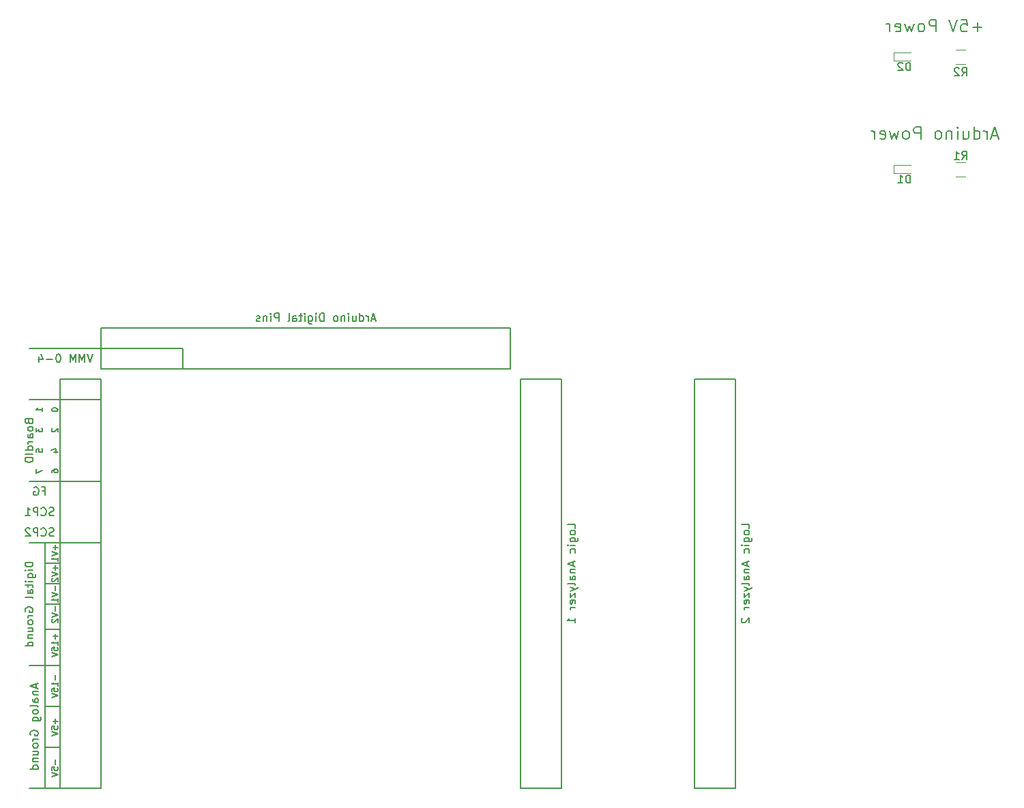
<source format=gbr>
G04 #@! TF.FileFunction,Legend,Bot*
%FSLAX46Y46*%
G04 Gerber Fmt 4.6, Leading zero omitted, Abs format (unit mm)*
G04 Created by KiCad (PCBNEW 4.0.6) date 07/21/17 01:23:24*
%MOMM*%
%LPD*%
G01*
G04 APERTURE LIST*
%ADD10C,0.100000*%
%ADD11C,0.190500*%
%ADD12C,0.150000*%
%ADD13C,0.120000*%
%ADD14C,0.127000*%
G04 APERTURE END LIST*
D10*
D11*
X205270714Y-33270000D02*
X204556428Y-33270000D01*
X205413571Y-33698571D02*
X204913571Y-32198571D01*
X204413571Y-33698571D01*
X203913571Y-33698571D02*
X203913571Y-32698571D01*
X203913571Y-32984286D02*
X203842143Y-32841429D01*
X203770714Y-32770000D01*
X203627857Y-32698571D01*
X203485000Y-32698571D01*
X202342143Y-33698571D02*
X202342143Y-32198571D01*
X202342143Y-33627143D02*
X202485000Y-33698571D01*
X202770714Y-33698571D01*
X202913572Y-33627143D01*
X202985000Y-33555714D01*
X203056429Y-33412857D01*
X203056429Y-32984286D01*
X202985000Y-32841429D01*
X202913572Y-32770000D01*
X202770714Y-32698571D01*
X202485000Y-32698571D01*
X202342143Y-32770000D01*
X200985000Y-32698571D02*
X200985000Y-33698571D01*
X201627857Y-32698571D02*
X201627857Y-33484286D01*
X201556429Y-33627143D01*
X201413571Y-33698571D01*
X201199286Y-33698571D01*
X201056429Y-33627143D01*
X200985000Y-33555714D01*
X200270714Y-33698571D02*
X200270714Y-32698571D01*
X200270714Y-32198571D02*
X200342143Y-32270000D01*
X200270714Y-32341429D01*
X200199286Y-32270000D01*
X200270714Y-32198571D01*
X200270714Y-32341429D01*
X199556428Y-32698571D02*
X199556428Y-33698571D01*
X199556428Y-32841429D02*
X199485000Y-32770000D01*
X199342142Y-32698571D01*
X199127857Y-32698571D01*
X198985000Y-32770000D01*
X198913571Y-32912857D01*
X198913571Y-33698571D01*
X197984999Y-33698571D02*
X198127857Y-33627143D01*
X198199285Y-33555714D01*
X198270714Y-33412857D01*
X198270714Y-32984286D01*
X198199285Y-32841429D01*
X198127857Y-32770000D01*
X197984999Y-32698571D01*
X197770714Y-32698571D01*
X197627857Y-32770000D01*
X197556428Y-32841429D01*
X197484999Y-32984286D01*
X197484999Y-33412857D01*
X197556428Y-33555714D01*
X197627857Y-33627143D01*
X197770714Y-33698571D01*
X197984999Y-33698571D01*
X195699285Y-33698571D02*
X195699285Y-32198571D01*
X195127857Y-32198571D01*
X194984999Y-32270000D01*
X194913571Y-32341429D01*
X194842142Y-32484286D01*
X194842142Y-32698571D01*
X194913571Y-32841429D01*
X194984999Y-32912857D01*
X195127857Y-32984286D01*
X195699285Y-32984286D01*
X193984999Y-33698571D02*
X194127857Y-33627143D01*
X194199285Y-33555714D01*
X194270714Y-33412857D01*
X194270714Y-32984286D01*
X194199285Y-32841429D01*
X194127857Y-32770000D01*
X193984999Y-32698571D01*
X193770714Y-32698571D01*
X193627857Y-32770000D01*
X193556428Y-32841429D01*
X193484999Y-32984286D01*
X193484999Y-33412857D01*
X193556428Y-33555714D01*
X193627857Y-33627143D01*
X193770714Y-33698571D01*
X193984999Y-33698571D01*
X192984999Y-32698571D02*
X192699285Y-33698571D01*
X192413571Y-32984286D01*
X192127856Y-33698571D01*
X191842142Y-32698571D01*
X190699285Y-33627143D02*
X190842142Y-33698571D01*
X191127856Y-33698571D01*
X191270713Y-33627143D01*
X191342142Y-33484286D01*
X191342142Y-32912857D01*
X191270713Y-32770000D01*
X191127856Y-32698571D01*
X190842142Y-32698571D01*
X190699285Y-32770000D01*
X190627856Y-32912857D01*
X190627856Y-33055714D01*
X191342142Y-33198571D01*
X189984999Y-33698571D02*
X189984999Y-32698571D01*
X189984999Y-32984286D02*
X189913571Y-32841429D01*
X189842142Y-32770000D01*
X189699285Y-32698571D01*
X189556428Y-32698571D01*
X203306428Y-19792143D02*
X202163571Y-19792143D01*
X202735000Y-20363571D02*
X202735000Y-19220714D01*
X200734999Y-18863571D02*
X201449285Y-18863571D01*
X201520714Y-19577857D01*
X201449285Y-19506429D01*
X201306428Y-19435000D01*
X200949285Y-19435000D01*
X200806428Y-19506429D01*
X200734999Y-19577857D01*
X200663571Y-19720714D01*
X200663571Y-20077857D01*
X200734999Y-20220714D01*
X200806428Y-20292143D01*
X200949285Y-20363571D01*
X201306428Y-20363571D01*
X201449285Y-20292143D01*
X201520714Y-20220714D01*
X200235000Y-18863571D02*
X199735000Y-20363571D01*
X199235000Y-18863571D01*
X197592143Y-20363571D02*
X197592143Y-18863571D01*
X197020715Y-18863571D01*
X196877857Y-18935000D01*
X196806429Y-19006429D01*
X196735000Y-19149286D01*
X196735000Y-19363571D01*
X196806429Y-19506429D01*
X196877857Y-19577857D01*
X197020715Y-19649286D01*
X197592143Y-19649286D01*
X195877857Y-20363571D02*
X196020715Y-20292143D01*
X196092143Y-20220714D01*
X196163572Y-20077857D01*
X196163572Y-19649286D01*
X196092143Y-19506429D01*
X196020715Y-19435000D01*
X195877857Y-19363571D01*
X195663572Y-19363571D01*
X195520715Y-19435000D01*
X195449286Y-19506429D01*
X195377857Y-19649286D01*
X195377857Y-20077857D01*
X195449286Y-20220714D01*
X195520715Y-20292143D01*
X195663572Y-20363571D01*
X195877857Y-20363571D01*
X194877857Y-19363571D02*
X194592143Y-20363571D01*
X194306429Y-19649286D01*
X194020714Y-20363571D01*
X193735000Y-19363571D01*
X192592143Y-20292143D02*
X192735000Y-20363571D01*
X193020714Y-20363571D01*
X193163571Y-20292143D01*
X193235000Y-20149286D01*
X193235000Y-19577857D01*
X193163571Y-19435000D01*
X193020714Y-19363571D01*
X192735000Y-19363571D01*
X192592143Y-19435000D01*
X192520714Y-19577857D01*
X192520714Y-19720714D01*
X193235000Y-19863571D01*
X191877857Y-20363571D02*
X191877857Y-19363571D01*
X191877857Y-19649286D02*
X191806429Y-19506429D01*
X191735000Y-19435000D01*
X191592143Y-19363571D01*
X191449286Y-19363571D01*
D12*
X93980000Y-59690000D02*
X85090000Y-59690000D01*
X86995000Y-99060000D02*
X85090000Y-99060000D01*
X88900000Y-86360000D02*
X86995000Y-86360000D01*
X88900000Y-88900000D02*
X86995000Y-88900000D01*
X88900000Y-91440000D02*
X86995000Y-91440000D01*
X88900000Y-94615000D02*
X86995000Y-94615000D01*
X88900000Y-99060000D02*
X86995000Y-99060000D01*
X88900000Y-104140000D02*
X86995000Y-104140000D01*
X88900000Y-109220000D02*
X86995000Y-109220000D01*
X86995000Y-83820000D02*
X86995000Y-114300000D01*
X88900000Y-114300000D02*
X85090000Y-114300000D01*
X88900000Y-66040000D02*
X93980000Y-66040000D01*
X88900000Y-76200000D02*
X93980000Y-76200000D01*
X91440000Y-83820000D02*
X93980000Y-83820000D01*
X93980000Y-59690000D02*
X104140000Y-59690000D01*
X104140000Y-59690000D02*
X104140000Y-62230000D01*
X88900000Y-83820000D02*
X91440000Y-83820000D01*
X88900000Y-83820000D02*
X85090000Y-83820000D01*
X88900000Y-76200000D02*
X85090000Y-76200000D01*
X88900000Y-66040000D02*
X85090000Y-66040000D01*
X167640000Y-63500000D02*
X172720000Y-63500000D01*
X172720000Y-63500000D02*
X172720000Y-114300000D01*
X172720000Y-114300000D02*
X167640000Y-114300000D01*
X167640000Y-114300000D02*
X167640000Y-63500000D01*
X146050000Y-63500000D02*
X146050000Y-114300000D01*
X146050000Y-114300000D02*
X151130000Y-114300000D01*
X151130000Y-114300000D02*
X151130000Y-63500000D01*
X151130000Y-63500000D02*
X146050000Y-63500000D01*
X93980000Y-57150000D02*
X93980000Y-62230000D01*
X93980000Y-62230000D02*
X144780000Y-62230000D01*
X144780000Y-62230000D02*
X144780000Y-57150000D01*
X144780000Y-57150000D02*
X93980000Y-57150000D01*
X93980000Y-114300000D02*
X88900000Y-114300000D01*
X88900000Y-114300000D02*
X88900000Y-63500000D01*
X88900000Y-63500000D02*
X93980000Y-63500000D01*
X93980000Y-63500000D02*
X93980000Y-114300000D01*
D13*
X192375000Y-37965000D02*
X192375000Y-36965000D01*
X192375000Y-36965000D02*
X194475000Y-36965000D01*
X192375000Y-37965000D02*
X194475000Y-37965000D01*
X192375000Y-23995000D02*
X192375000Y-22995000D01*
X192375000Y-22995000D02*
X194475000Y-22995000D01*
X192375000Y-23995000D02*
X194475000Y-23995000D01*
X200060000Y-38345000D02*
X201260000Y-38345000D01*
X201260000Y-36585000D02*
X200060000Y-36585000D01*
X200060000Y-24375000D02*
X201260000Y-24375000D01*
X201260000Y-22615000D02*
X200060000Y-22615000D01*
D12*
X174442381Y-82010952D02*
X174442381Y-81534761D01*
X173442381Y-81534761D01*
X174442381Y-82487142D02*
X174394762Y-82391904D01*
X174347143Y-82344285D01*
X174251905Y-82296666D01*
X173966190Y-82296666D01*
X173870952Y-82344285D01*
X173823333Y-82391904D01*
X173775714Y-82487142D01*
X173775714Y-82630000D01*
X173823333Y-82725238D01*
X173870952Y-82772857D01*
X173966190Y-82820476D01*
X174251905Y-82820476D01*
X174347143Y-82772857D01*
X174394762Y-82725238D01*
X174442381Y-82630000D01*
X174442381Y-82487142D01*
X173775714Y-83677619D02*
X174585238Y-83677619D01*
X174680476Y-83630000D01*
X174728095Y-83582381D01*
X174775714Y-83487142D01*
X174775714Y-83344285D01*
X174728095Y-83249047D01*
X174394762Y-83677619D02*
X174442381Y-83582381D01*
X174442381Y-83391904D01*
X174394762Y-83296666D01*
X174347143Y-83249047D01*
X174251905Y-83201428D01*
X173966190Y-83201428D01*
X173870952Y-83249047D01*
X173823333Y-83296666D01*
X173775714Y-83391904D01*
X173775714Y-83582381D01*
X173823333Y-83677619D01*
X174442381Y-84153809D02*
X173775714Y-84153809D01*
X173442381Y-84153809D02*
X173490000Y-84106190D01*
X173537619Y-84153809D01*
X173490000Y-84201428D01*
X173442381Y-84153809D01*
X173537619Y-84153809D01*
X174394762Y-85058571D02*
X174442381Y-84963333D01*
X174442381Y-84772856D01*
X174394762Y-84677618D01*
X174347143Y-84629999D01*
X174251905Y-84582380D01*
X173966190Y-84582380D01*
X173870952Y-84629999D01*
X173823333Y-84677618D01*
X173775714Y-84772856D01*
X173775714Y-84963333D01*
X173823333Y-85058571D01*
X174156667Y-86201428D02*
X174156667Y-86677619D01*
X174442381Y-86106190D02*
X173442381Y-86439523D01*
X174442381Y-86772857D01*
X173775714Y-87106190D02*
X174442381Y-87106190D01*
X173870952Y-87106190D02*
X173823333Y-87153809D01*
X173775714Y-87249047D01*
X173775714Y-87391905D01*
X173823333Y-87487143D01*
X173918571Y-87534762D01*
X174442381Y-87534762D01*
X174442381Y-88439524D02*
X173918571Y-88439524D01*
X173823333Y-88391905D01*
X173775714Y-88296667D01*
X173775714Y-88106190D01*
X173823333Y-88010952D01*
X174394762Y-88439524D02*
X174442381Y-88344286D01*
X174442381Y-88106190D01*
X174394762Y-88010952D01*
X174299524Y-87963333D01*
X174204286Y-87963333D01*
X174109048Y-88010952D01*
X174061429Y-88106190D01*
X174061429Y-88344286D01*
X174013810Y-88439524D01*
X174442381Y-89058571D02*
X174394762Y-88963333D01*
X174299524Y-88915714D01*
X173442381Y-88915714D01*
X173775714Y-89344286D02*
X174442381Y-89582381D01*
X173775714Y-89820477D02*
X174442381Y-89582381D01*
X174680476Y-89487143D01*
X174728095Y-89439524D01*
X174775714Y-89344286D01*
X173775714Y-90106191D02*
X173775714Y-90630001D01*
X174442381Y-90106191D01*
X174442381Y-90630001D01*
X174394762Y-91391906D02*
X174442381Y-91296668D01*
X174442381Y-91106191D01*
X174394762Y-91010953D01*
X174299524Y-90963334D01*
X173918571Y-90963334D01*
X173823333Y-91010953D01*
X173775714Y-91106191D01*
X173775714Y-91296668D01*
X173823333Y-91391906D01*
X173918571Y-91439525D01*
X174013810Y-91439525D01*
X174109048Y-90963334D01*
X174442381Y-91868096D02*
X173775714Y-91868096D01*
X173966190Y-91868096D02*
X173870952Y-91915715D01*
X173823333Y-91963334D01*
X173775714Y-92058572D01*
X173775714Y-92153811D01*
X173537619Y-93201430D02*
X173490000Y-93249049D01*
X173442381Y-93344287D01*
X173442381Y-93582383D01*
X173490000Y-93677621D01*
X173537619Y-93725240D01*
X173632857Y-93772859D01*
X173728095Y-93772859D01*
X173870952Y-93725240D01*
X174442381Y-93153811D01*
X174442381Y-93772859D01*
X152852381Y-82010952D02*
X152852381Y-81534761D01*
X151852381Y-81534761D01*
X152852381Y-82487142D02*
X152804762Y-82391904D01*
X152757143Y-82344285D01*
X152661905Y-82296666D01*
X152376190Y-82296666D01*
X152280952Y-82344285D01*
X152233333Y-82391904D01*
X152185714Y-82487142D01*
X152185714Y-82630000D01*
X152233333Y-82725238D01*
X152280952Y-82772857D01*
X152376190Y-82820476D01*
X152661905Y-82820476D01*
X152757143Y-82772857D01*
X152804762Y-82725238D01*
X152852381Y-82630000D01*
X152852381Y-82487142D01*
X152185714Y-83677619D02*
X152995238Y-83677619D01*
X153090476Y-83630000D01*
X153138095Y-83582381D01*
X153185714Y-83487142D01*
X153185714Y-83344285D01*
X153138095Y-83249047D01*
X152804762Y-83677619D02*
X152852381Y-83582381D01*
X152852381Y-83391904D01*
X152804762Y-83296666D01*
X152757143Y-83249047D01*
X152661905Y-83201428D01*
X152376190Y-83201428D01*
X152280952Y-83249047D01*
X152233333Y-83296666D01*
X152185714Y-83391904D01*
X152185714Y-83582381D01*
X152233333Y-83677619D01*
X152852381Y-84153809D02*
X152185714Y-84153809D01*
X151852381Y-84153809D02*
X151900000Y-84106190D01*
X151947619Y-84153809D01*
X151900000Y-84201428D01*
X151852381Y-84153809D01*
X151947619Y-84153809D01*
X152804762Y-85058571D02*
X152852381Y-84963333D01*
X152852381Y-84772856D01*
X152804762Y-84677618D01*
X152757143Y-84629999D01*
X152661905Y-84582380D01*
X152376190Y-84582380D01*
X152280952Y-84629999D01*
X152233333Y-84677618D01*
X152185714Y-84772856D01*
X152185714Y-84963333D01*
X152233333Y-85058571D01*
X152566667Y-86201428D02*
X152566667Y-86677619D01*
X152852381Y-86106190D02*
X151852381Y-86439523D01*
X152852381Y-86772857D01*
X152185714Y-87106190D02*
X152852381Y-87106190D01*
X152280952Y-87106190D02*
X152233333Y-87153809D01*
X152185714Y-87249047D01*
X152185714Y-87391905D01*
X152233333Y-87487143D01*
X152328571Y-87534762D01*
X152852381Y-87534762D01*
X152852381Y-88439524D02*
X152328571Y-88439524D01*
X152233333Y-88391905D01*
X152185714Y-88296667D01*
X152185714Y-88106190D01*
X152233333Y-88010952D01*
X152804762Y-88439524D02*
X152852381Y-88344286D01*
X152852381Y-88106190D01*
X152804762Y-88010952D01*
X152709524Y-87963333D01*
X152614286Y-87963333D01*
X152519048Y-88010952D01*
X152471429Y-88106190D01*
X152471429Y-88344286D01*
X152423810Y-88439524D01*
X152852381Y-89058571D02*
X152804762Y-88963333D01*
X152709524Y-88915714D01*
X151852381Y-88915714D01*
X152185714Y-89344286D02*
X152852381Y-89582381D01*
X152185714Y-89820477D02*
X152852381Y-89582381D01*
X153090476Y-89487143D01*
X153138095Y-89439524D01*
X153185714Y-89344286D01*
X152185714Y-90106191D02*
X152185714Y-90630001D01*
X152852381Y-90106191D01*
X152852381Y-90630001D01*
X152804762Y-91391906D02*
X152852381Y-91296668D01*
X152852381Y-91106191D01*
X152804762Y-91010953D01*
X152709524Y-90963334D01*
X152328571Y-90963334D01*
X152233333Y-91010953D01*
X152185714Y-91106191D01*
X152185714Y-91296668D01*
X152233333Y-91391906D01*
X152328571Y-91439525D01*
X152423810Y-91439525D01*
X152519048Y-90963334D01*
X152852381Y-91868096D02*
X152185714Y-91868096D01*
X152376190Y-91868096D02*
X152280952Y-91915715D01*
X152233333Y-91963334D01*
X152185714Y-92058572D01*
X152185714Y-92153811D01*
X152852381Y-93772859D02*
X152852381Y-93201430D01*
X152852381Y-93487144D02*
X151852381Y-93487144D01*
X151995238Y-93391906D01*
X152090476Y-93296668D01*
X152138095Y-93201430D01*
X128030953Y-56046667D02*
X127554762Y-56046667D01*
X128126191Y-56332381D02*
X127792858Y-55332381D01*
X127459524Y-56332381D01*
X127126191Y-56332381D02*
X127126191Y-55665714D01*
X127126191Y-55856190D02*
X127078572Y-55760952D01*
X127030953Y-55713333D01*
X126935715Y-55665714D01*
X126840476Y-55665714D01*
X126078571Y-56332381D02*
X126078571Y-55332381D01*
X126078571Y-56284762D02*
X126173809Y-56332381D01*
X126364286Y-56332381D01*
X126459524Y-56284762D01*
X126507143Y-56237143D01*
X126554762Y-56141905D01*
X126554762Y-55856190D01*
X126507143Y-55760952D01*
X126459524Y-55713333D01*
X126364286Y-55665714D01*
X126173809Y-55665714D01*
X126078571Y-55713333D01*
X125173809Y-55665714D02*
X125173809Y-56332381D01*
X125602381Y-55665714D02*
X125602381Y-56189524D01*
X125554762Y-56284762D01*
X125459524Y-56332381D01*
X125316666Y-56332381D01*
X125221428Y-56284762D01*
X125173809Y-56237143D01*
X124697619Y-56332381D02*
X124697619Y-55665714D01*
X124697619Y-55332381D02*
X124745238Y-55380000D01*
X124697619Y-55427619D01*
X124650000Y-55380000D01*
X124697619Y-55332381D01*
X124697619Y-55427619D01*
X124221429Y-55665714D02*
X124221429Y-56332381D01*
X124221429Y-55760952D02*
X124173810Y-55713333D01*
X124078572Y-55665714D01*
X123935714Y-55665714D01*
X123840476Y-55713333D01*
X123792857Y-55808571D01*
X123792857Y-56332381D01*
X123173810Y-56332381D02*
X123269048Y-56284762D01*
X123316667Y-56237143D01*
X123364286Y-56141905D01*
X123364286Y-55856190D01*
X123316667Y-55760952D01*
X123269048Y-55713333D01*
X123173810Y-55665714D01*
X123030952Y-55665714D01*
X122935714Y-55713333D01*
X122888095Y-55760952D01*
X122840476Y-55856190D01*
X122840476Y-56141905D01*
X122888095Y-56237143D01*
X122935714Y-56284762D01*
X123030952Y-56332381D01*
X123173810Y-56332381D01*
X121650000Y-56332381D02*
X121650000Y-55332381D01*
X121411905Y-55332381D01*
X121269047Y-55380000D01*
X121173809Y-55475238D01*
X121126190Y-55570476D01*
X121078571Y-55760952D01*
X121078571Y-55903810D01*
X121126190Y-56094286D01*
X121173809Y-56189524D01*
X121269047Y-56284762D01*
X121411905Y-56332381D01*
X121650000Y-56332381D01*
X120650000Y-56332381D02*
X120650000Y-55665714D01*
X120650000Y-55332381D02*
X120697619Y-55380000D01*
X120650000Y-55427619D01*
X120602381Y-55380000D01*
X120650000Y-55332381D01*
X120650000Y-55427619D01*
X119745238Y-55665714D02*
X119745238Y-56475238D01*
X119792857Y-56570476D01*
X119840476Y-56618095D01*
X119935715Y-56665714D01*
X120078572Y-56665714D01*
X120173810Y-56618095D01*
X119745238Y-56284762D02*
X119840476Y-56332381D01*
X120030953Y-56332381D01*
X120126191Y-56284762D01*
X120173810Y-56237143D01*
X120221429Y-56141905D01*
X120221429Y-55856190D01*
X120173810Y-55760952D01*
X120126191Y-55713333D01*
X120030953Y-55665714D01*
X119840476Y-55665714D01*
X119745238Y-55713333D01*
X119269048Y-56332381D02*
X119269048Y-55665714D01*
X119269048Y-55332381D02*
X119316667Y-55380000D01*
X119269048Y-55427619D01*
X119221429Y-55380000D01*
X119269048Y-55332381D01*
X119269048Y-55427619D01*
X118935715Y-55665714D02*
X118554763Y-55665714D01*
X118792858Y-55332381D02*
X118792858Y-56189524D01*
X118745239Y-56284762D01*
X118650001Y-56332381D01*
X118554763Y-56332381D01*
X117792857Y-56332381D02*
X117792857Y-55808571D01*
X117840476Y-55713333D01*
X117935714Y-55665714D01*
X118126191Y-55665714D01*
X118221429Y-55713333D01*
X117792857Y-56284762D02*
X117888095Y-56332381D01*
X118126191Y-56332381D01*
X118221429Y-56284762D01*
X118269048Y-56189524D01*
X118269048Y-56094286D01*
X118221429Y-55999048D01*
X118126191Y-55951429D01*
X117888095Y-55951429D01*
X117792857Y-55903810D01*
X117173810Y-56332381D02*
X117269048Y-56284762D01*
X117316667Y-56189524D01*
X117316667Y-55332381D01*
X116030952Y-56332381D02*
X116030952Y-55332381D01*
X115649999Y-55332381D01*
X115554761Y-55380000D01*
X115507142Y-55427619D01*
X115459523Y-55522857D01*
X115459523Y-55665714D01*
X115507142Y-55760952D01*
X115554761Y-55808571D01*
X115649999Y-55856190D01*
X116030952Y-55856190D01*
X115030952Y-56332381D02*
X115030952Y-55665714D01*
X115030952Y-55332381D02*
X115078571Y-55380000D01*
X115030952Y-55427619D01*
X114983333Y-55380000D01*
X115030952Y-55332381D01*
X115030952Y-55427619D01*
X114554762Y-55665714D02*
X114554762Y-56332381D01*
X114554762Y-55760952D02*
X114507143Y-55713333D01*
X114411905Y-55665714D01*
X114269047Y-55665714D01*
X114173809Y-55713333D01*
X114126190Y-55808571D01*
X114126190Y-56332381D01*
X113697619Y-56284762D02*
X113602381Y-56332381D01*
X113411905Y-56332381D01*
X113316666Y-56284762D01*
X113269047Y-56189524D01*
X113269047Y-56141905D01*
X113316666Y-56046667D01*
X113411905Y-55999048D01*
X113554762Y-55999048D01*
X113650000Y-55951429D01*
X113697619Y-55856190D01*
X113697619Y-55808571D01*
X113650000Y-55713333D01*
X113554762Y-55665714D01*
X113411905Y-55665714D01*
X113316666Y-55713333D01*
X92963571Y-60412381D02*
X92630238Y-61412381D01*
X92296904Y-60412381D01*
X91963571Y-61412381D02*
X91963571Y-60412381D01*
X91630237Y-61126667D01*
X91296904Y-60412381D01*
X91296904Y-61412381D01*
X90820714Y-61412381D02*
X90820714Y-60412381D01*
X90487380Y-61126667D01*
X90154047Y-60412381D01*
X90154047Y-61412381D01*
X88725476Y-60412381D02*
X88630237Y-60412381D01*
X88534999Y-60460000D01*
X88487380Y-60507619D01*
X88439761Y-60602857D01*
X88392142Y-60793333D01*
X88392142Y-61031429D01*
X88439761Y-61221905D01*
X88487380Y-61317143D01*
X88534999Y-61364762D01*
X88630237Y-61412381D01*
X88725476Y-61412381D01*
X88820714Y-61364762D01*
X88868333Y-61317143D01*
X88915952Y-61221905D01*
X88963571Y-61031429D01*
X88963571Y-60793333D01*
X88915952Y-60602857D01*
X88868333Y-60507619D01*
X88820714Y-60460000D01*
X88725476Y-60412381D01*
X87963571Y-61031429D02*
X87201666Y-61031429D01*
X86296904Y-60745714D02*
X86296904Y-61412381D01*
X86535000Y-60364762D02*
X86773095Y-61079048D01*
X86154047Y-61079048D01*
X85891667Y-101370475D02*
X85891667Y-101846666D01*
X86177381Y-101275237D02*
X85177381Y-101608570D01*
X86177381Y-101941904D01*
X85510714Y-102275237D02*
X86177381Y-102275237D01*
X85605952Y-102275237D02*
X85558333Y-102322856D01*
X85510714Y-102418094D01*
X85510714Y-102560952D01*
X85558333Y-102656190D01*
X85653571Y-102703809D01*
X86177381Y-102703809D01*
X86177381Y-103608571D02*
X85653571Y-103608571D01*
X85558333Y-103560952D01*
X85510714Y-103465714D01*
X85510714Y-103275237D01*
X85558333Y-103179999D01*
X86129762Y-103608571D02*
X86177381Y-103513333D01*
X86177381Y-103275237D01*
X86129762Y-103179999D01*
X86034524Y-103132380D01*
X85939286Y-103132380D01*
X85844048Y-103179999D01*
X85796429Y-103275237D01*
X85796429Y-103513333D01*
X85748810Y-103608571D01*
X86177381Y-104227618D02*
X86129762Y-104132380D01*
X86034524Y-104084761D01*
X85177381Y-104084761D01*
X86177381Y-104751428D02*
X86129762Y-104656190D01*
X86082143Y-104608571D01*
X85986905Y-104560952D01*
X85701190Y-104560952D01*
X85605952Y-104608571D01*
X85558333Y-104656190D01*
X85510714Y-104751428D01*
X85510714Y-104894286D01*
X85558333Y-104989524D01*
X85605952Y-105037143D01*
X85701190Y-105084762D01*
X85986905Y-105084762D01*
X86082143Y-105037143D01*
X86129762Y-104989524D01*
X86177381Y-104894286D01*
X86177381Y-104751428D01*
X85510714Y-105941905D02*
X86320238Y-105941905D01*
X86415476Y-105894286D01*
X86463095Y-105846667D01*
X86510714Y-105751428D01*
X86510714Y-105608571D01*
X86463095Y-105513333D01*
X86129762Y-105941905D02*
X86177381Y-105846667D01*
X86177381Y-105656190D01*
X86129762Y-105560952D01*
X86082143Y-105513333D01*
X85986905Y-105465714D01*
X85701190Y-105465714D01*
X85605952Y-105513333D01*
X85558333Y-105560952D01*
X85510714Y-105656190D01*
X85510714Y-105846667D01*
X85558333Y-105941905D01*
X85225000Y-107703810D02*
X85177381Y-107608572D01*
X85177381Y-107465715D01*
X85225000Y-107322857D01*
X85320238Y-107227619D01*
X85415476Y-107180000D01*
X85605952Y-107132381D01*
X85748810Y-107132381D01*
X85939286Y-107180000D01*
X86034524Y-107227619D01*
X86129762Y-107322857D01*
X86177381Y-107465715D01*
X86177381Y-107560953D01*
X86129762Y-107703810D01*
X86082143Y-107751429D01*
X85748810Y-107751429D01*
X85748810Y-107560953D01*
X86177381Y-108180000D02*
X85510714Y-108180000D01*
X85701190Y-108180000D02*
X85605952Y-108227619D01*
X85558333Y-108275238D01*
X85510714Y-108370476D01*
X85510714Y-108465715D01*
X86177381Y-108941905D02*
X86129762Y-108846667D01*
X86082143Y-108799048D01*
X85986905Y-108751429D01*
X85701190Y-108751429D01*
X85605952Y-108799048D01*
X85558333Y-108846667D01*
X85510714Y-108941905D01*
X85510714Y-109084763D01*
X85558333Y-109180001D01*
X85605952Y-109227620D01*
X85701190Y-109275239D01*
X85986905Y-109275239D01*
X86082143Y-109227620D01*
X86129762Y-109180001D01*
X86177381Y-109084763D01*
X86177381Y-108941905D01*
X85510714Y-110132382D02*
X86177381Y-110132382D01*
X85510714Y-109703810D02*
X86034524Y-109703810D01*
X86129762Y-109751429D01*
X86177381Y-109846667D01*
X86177381Y-109989525D01*
X86129762Y-110084763D01*
X86082143Y-110132382D01*
X85510714Y-110608572D02*
X86177381Y-110608572D01*
X85605952Y-110608572D02*
X85558333Y-110656191D01*
X85510714Y-110751429D01*
X85510714Y-110894287D01*
X85558333Y-110989525D01*
X85653571Y-111037144D01*
X86177381Y-111037144D01*
X86177381Y-111941906D02*
X85177381Y-111941906D01*
X86129762Y-111941906D02*
X86177381Y-111846668D01*
X86177381Y-111656191D01*
X86129762Y-111560953D01*
X86082143Y-111513334D01*
X85986905Y-111465715D01*
X85701190Y-111465715D01*
X85605952Y-111513334D01*
X85558333Y-111560953D01*
X85510714Y-111656191D01*
X85510714Y-111846668D01*
X85558333Y-111941906D01*
X85542381Y-86249523D02*
X84542381Y-86249523D01*
X84542381Y-86487618D01*
X84590000Y-86630476D01*
X84685238Y-86725714D01*
X84780476Y-86773333D01*
X84970952Y-86820952D01*
X85113810Y-86820952D01*
X85304286Y-86773333D01*
X85399524Y-86725714D01*
X85494762Y-86630476D01*
X85542381Y-86487618D01*
X85542381Y-86249523D01*
X85542381Y-87249523D02*
X84875714Y-87249523D01*
X84542381Y-87249523D02*
X84590000Y-87201904D01*
X84637619Y-87249523D01*
X84590000Y-87297142D01*
X84542381Y-87249523D01*
X84637619Y-87249523D01*
X84875714Y-88154285D02*
X85685238Y-88154285D01*
X85780476Y-88106666D01*
X85828095Y-88059047D01*
X85875714Y-87963808D01*
X85875714Y-87820951D01*
X85828095Y-87725713D01*
X85494762Y-88154285D02*
X85542381Y-88059047D01*
X85542381Y-87868570D01*
X85494762Y-87773332D01*
X85447143Y-87725713D01*
X85351905Y-87678094D01*
X85066190Y-87678094D01*
X84970952Y-87725713D01*
X84923333Y-87773332D01*
X84875714Y-87868570D01*
X84875714Y-88059047D01*
X84923333Y-88154285D01*
X85542381Y-88630475D02*
X84875714Y-88630475D01*
X84542381Y-88630475D02*
X84590000Y-88582856D01*
X84637619Y-88630475D01*
X84590000Y-88678094D01*
X84542381Y-88630475D01*
X84637619Y-88630475D01*
X84875714Y-88963808D02*
X84875714Y-89344760D01*
X84542381Y-89106665D02*
X85399524Y-89106665D01*
X85494762Y-89154284D01*
X85542381Y-89249522D01*
X85542381Y-89344760D01*
X85542381Y-90106666D02*
X85018571Y-90106666D01*
X84923333Y-90059047D01*
X84875714Y-89963809D01*
X84875714Y-89773332D01*
X84923333Y-89678094D01*
X85494762Y-90106666D02*
X85542381Y-90011428D01*
X85542381Y-89773332D01*
X85494762Y-89678094D01*
X85399524Y-89630475D01*
X85304286Y-89630475D01*
X85209048Y-89678094D01*
X85161429Y-89773332D01*
X85161429Y-90011428D01*
X85113810Y-90106666D01*
X85542381Y-90725713D02*
X85494762Y-90630475D01*
X85399524Y-90582856D01*
X84542381Y-90582856D01*
X84590000Y-92392381D02*
X84542381Y-92297143D01*
X84542381Y-92154286D01*
X84590000Y-92011428D01*
X84685238Y-91916190D01*
X84780476Y-91868571D01*
X84970952Y-91820952D01*
X85113810Y-91820952D01*
X85304286Y-91868571D01*
X85399524Y-91916190D01*
X85494762Y-92011428D01*
X85542381Y-92154286D01*
X85542381Y-92249524D01*
X85494762Y-92392381D01*
X85447143Y-92440000D01*
X85113810Y-92440000D01*
X85113810Y-92249524D01*
X85542381Y-92868571D02*
X84875714Y-92868571D01*
X85066190Y-92868571D02*
X84970952Y-92916190D01*
X84923333Y-92963809D01*
X84875714Y-93059047D01*
X84875714Y-93154286D01*
X85542381Y-93630476D02*
X85494762Y-93535238D01*
X85447143Y-93487619D01*
X85351905Y-93440000D01*
X85066190Y-93440000D01*
X84970952Y-93487619D01*
X84923333Y-93535238D01*
X84875714Y-93630476D01*
X84875714Y-93773334D01*
X84923333Y-93868572D01*
X84970952Y-93916191D01*
X85066190Y-93963810D01*
X85351905Y-93963810D01*
X85447143Y-93916191D01*
X85494762Y-93868572D01*
X85542381Y-93773334D01*
X85542381Y-93630476D01*
X84875714Y-94820953D02*
X85542381Y-94820953D01*
X84875714Y-94392381D02*
X85399524Y-94392381D01*
X85494762Y-94440000D01*
X85542381Y-94535238D01*
X85542381Y-94678096D01*
X85494762Y-94773334D01*
X85447143Y-94820953D01*
X84875714Y-95297143D02*
X85542381Y-95297143D01*
X84970952Y-95297143D02*
X84923333Y-95344762D01*
X84875714Y-95440000D01*
X84875714Y-95582858D01*
X84923333Y-95678096D01*
X85018571Y-95725715D01*
X85542381Y-95725715D01*
X85542381Y-96630477D02*
X84542381Y-96630477D01*
X85494762Y-96630477D02*
X85542381Y-96535239D01*
X85542381Y-96344762D01*
X85494762Y-96249524D01*
X85447143Y-96201905D01*
X85351905Y-96154286D01*
X85066190Y-96154286D01*
X84970952Y-96201905D01*
X84923333Y-96249524D01*
X84875714Y-96344762D01*
X84875714Y-96535239D01*
X84923333Y-96630477D01*
D14*
X88319429Y-110780286D02*
X88319429Y-111360857D01*
X87847714Y-112086572D02*
X87847714Y-111723715D01*
X88210571Y-111687429D01*
X88174286Y-111723715D01*
X88138000Y-111796286D01*
X88138000Y-111977715D01*
X88174286Y-112050286D01*
X88210571Y-112086572D01*
X88283143Y-112122857D01*
X88464571Y-112122857D01*
X88537143Y-112086572D01*
X88573429Y-112050286D01*
X88609714Y-111977715D01*
X88609714Y-111796286D01*
X88573429Y-111723715D01*
X88537143Y-111687429D01*
X87847714Y-112340571D02*
X88609714Y-112594571D01*
X87847714Y-112848571D01*
X88319429Y-105700286D02*
X88319429Y-106280857D01*
X88609714Y-105990571D02*
X88029143Y-105990571D01*
X87847714Y-107006572D02*
X87847714Y-106643715D01*
X88210571Y-106607429D01*
X88174286Y-106643715D01*
X88138000Y-106716286D01*
X88138000Y-106897715D01*
X88174286Y-106970286D01*
X88210571Y-107006572D01*
X88283143Y-107042857D01*
X88464571Y-107042857D01*
X88537143Y-107006572D01*
X88573429Y-106970286D01*
X88609714Y-106897715D01*
X88609714Y-106716286D01*
X88573429Y-106643715D01*
X88537143Y-106607429D01*
X87847714Y-107260571D02*
X88609714Y-107514571D01*
X87847714Y-107768571D01*
X88319429Y-100257429D02*
X88319429Y-100838000D01*
X88609714Y-101600000D02*
X88609714Y-101164572D01*
X88609714Y-101382286D02*
X87847714Y-101382286D01*
X87956571Y-101309715D01*
X88029143Y-101237143D01*
X88065429Y-101164572D01*
X87847714Y-102289429D02*
X87847714Y-101926572D01*
X88210571Y-101890286D01*
X88174286Y-101926572D01*
X88138000Y-101999143D01*
X88138000Y-102180572D01*
X88174286Y-102253143D01*
X88210571Y-102289429D01*
X88283143Y-102325714D01*
X88464571Y-102325714D01*
X88537143Y-102289429D01*
X88573429Y-102253143D01*
X88609714Y-102180572D01*
X88609714Y-101999143D01*
X88573429Y-101926572D01*
X88537143Y-101890286D01*
X87847714Y-102543428D02*
X88609714Y-102797428D01*
X87847714Y-103051428D01*
X88319429Y-95177429D02*
X88319429Y-95758000D01*
X88609714Y-95467714D02*
X88029143Y-95467714D01*
X88609714Y-96520000D02*
X88609714Y-96084572D01*
X88609714Y-96302286D02*
X87847714Y-96302286D01*
X87956571Y-96229715D01*
X88029143Y-96157143D01*
X88065429Y-96084572D01*
X87847714Y-97209429D02*
X87847714Y-96846572D01*
X88210571Y-96810286D01*
X88174286Y-96846572D01*
X88138000Y-96919143D01*
X88138000Y-97100572D01*
X88174286Y-97173143D01*
X88210571Y-97209429D01*
X88283143Y-97245714D01*
X88464571Y-97245714D01*
X88537143Y-97209429D01*
X88573429Y-97173143D01*
X88609714Y-97100572D01*
X88609714Y-96919143D01*
X88573429Y-96846572D01*
X88537143Y-96810286D01*
X87847714Y-97463428D02*
X88609714Y-97717428D01*
X87847714Y-97971428D01*
X88319429Y-91730286D02*
X88319429Y-92310857D01*
X87847714Y-92564857D02*
X88609714Y-92818857D01*
X87847714Y-93072857D01*
X87920286Y-93290572D02*
X87884000Y-93326858D01*
X87847714Y-93399429D01*
X87847714Y-93580858D01*
X87884000Y-93653429D01*
X87920286Y-93689715D01*
X87992857Y-93726000D01*
X88065429Y-93726000D01*
X88174286Y-93689715D01*
X88609714Y-93254286D01*
X88609714Y-93726000D01*
X88319429Y-89190286D02*
X88319429Y-89770857D01*
X87847714Y-90024857D02*
X88609714Y-90278857D01*
X87847714Y-90532857D01*
X88609714Y-91186000D02*
X88609714Y-90750572D01*
X88609714Y-90968286D02*
X87847714Y-90968286D01*
X87956571Y-90895715D01*
X88029143Y-90823143D01*
X88065429Y-90750572D01*
X88319429Y-86650286D02*
X88319429Y-87230857D01*
X88609714Y-86940571D02*
X88029143Y-86940571D01*
X87847714Y-87484857D02*
X88609714Y-87738857D01*
X87847714Y-87992857D01*
X87920286Y-88210572D02*
X87884000Y-88246858D01*
X87847714Y-88319429D01*
X87847714Y-88500858D01*
X87884000Y-88573429D01*
X87920286Y-88609715D01*
X87992857Y-88646000D01*
X88065429Y-88646000D01*
X88174286Y-88609715D01*
X88609714Y-88174286D01*
X88609714Y-88646000D01*
X88319429Y-84110286D02*
X88319429Y-84690857D01*
X88609714Y-84400571D02*
X88029143Y-84400571D01*
X87847714Y-84944857D02*
X88609714Y-85198857D01*
X87847714Y-85452857D01*
X88609714Y-86106000D02*
X88609714Y-85670572D01*
X88609714Y-85888286D02*
X87847714Y-85888286D01*
X87956571Y-85815715D01*
X88029143Y-85743143D01*
X88065429Y-85670572D01*
D12*
X88121905Y-82954762D02*
X87979048Y-83002381D01*
X87740952Y-83002381D01*
X87645714Y-82954762D01*
X87598095Y-82907143D01*
X87550476Y-82811905D01*
X87550476Y-82716667D01*
X87598095Y-82621429D01*
X87645714Y-82573810D01*
X87740952Y-82526190D01*
X87931429Y-82478571D01*
X88026667Y-82430952D01*
X88074286Y-82383333D01*
X88121905Y-82288095D01*
X88121905Y-82192857D01*
X88074286Y-82097619D01*
X88026667Y-82050000D01*
X87931429Y-82002381D01*
X87693333Y-82002381D01*
X87550476Y-82050000D01*
X86550476Y-82907143D02*
X86598095Y-82954762D01*
X86740952Y-83002381D01*
X86836190Y-83002381D01*
X86979048Y-82954762D01*
X87074286Y-82859524D01*
X87121905Y-82764286D01*
X87169524Y-82573810D01*
X87169524Y-82430952D01*
X87121905Y-82240476D01*
X87074286Y-82145238D01*
X86979048Y-82050000D01*
X86836190Y-82002381D01*
X86740952Y-82002381D01*
X86598095Y-82050000D01*
X86550476Y-82097619D01*
X86121905Y-83002381D02*
X86121905Y-82002381D01*
X85740952Y-82002381D01*
X85645714Y-82050000D01*
X85598095Y-82097619D01*
X85550476Y-82192857D01*
X85550476Y-82335714D01*
X85598095Y-82430952D01*
X85645714Y-82478571D01*
X85740952Y-82526190D01*
X86121905Y-82526190D01*
X85169524Y-82097619D02*
X85121905Y-82050000D01*
X85026667Y-82002381D01*
X84788571Y-82002381D01*
X84693333Y-82050000D01*
X84645714Y-82097619D01*
X84598095Y-82192857D01*
X84598095Y-82288095D01*
X84645714Y-82430952D01*
X85217143Y-83002381D01*
X84598095Y-83002381D01*
X88121905Y-80414762D02*
X87979048Y-80462381D01*
X87740952Y-80462381D01*
X87645714Y-80414762D01*
X87598095Y-80367143D01*
X87550476Y-80271905D01*
X87550476Y-80176667D01*
X87598095Y-80081429D01*
X87645714Y-80033810D01*
X87740952Y-79986190D01*
X87931429Y-79938571D01*
X88026667Y-79890952D01*
X88074286Y-79843333D01*
X88121905Y-79748095D01*
X88121905Y-79652857D01*
X88074286Y-79557619D01*
X88026667Y-79510000D01*
X87931429Y-79462381D01*
X87693333Y-79462381D01*
X87550476Y-79510000D01*
X86550476Y-80367143D02*
X86598095Y-80414762D01*
X86740952Y-80462381D01*
X86836190Y-80462381D01*
X86979048Y-80414762D01*
X87074286Y-80319524D01*
X87121905Y-80224286D01*
X87169524Y-80033810D01*
X87169524Y-79890952D01*
X87121905Y-79700476D01*
X87074286Y-79605238D01*
X86979048Y-79510000D01*
X86836190Y-79462381D01*
X86740952Y-79462381D01*
X86598095Y-79510000D01*
X86550476Y-79557619D01*
X86121905Y-80462381D02*
X86121905Y-79462381D01*
X85740952Y-79462381D01*
X85645714Y-79510000D01*
X85598095Y-79557619D01*
X85550476Y-79652857D01*
X85550476Y-79795714D01*
X85598095Y-79890952D01*
X85645714Y-79938571D01*
X85740952Y-79986190D01*
X86121905Y-79986190D01*
X84598095Y-80462381D02*
X85169524Y-80462381D01*
X84883810Y-80462381D02*
X84883810Y-79462381D01*
X84979048Y-79605238D01*
X85074286Y-79700476D01*
X85169524Y-79748095D01*
X86717142Y-77398571D02*
X87050476Y-77398571D01*
X87050476Y-77922381D02*
X87050476Y-76922381D01*
X86574285Y-76922381D01*
X85669523Y-76970000D02*
X85764761Y-76922381D01*
X85907618Y-76922381D01*
X86050476Y-76970000D01*
X86145714Y-77065238D01*
X86193333Y-77160476D01*
X86240952Y-77350952D01*
X86240952Y-77493810D01*
X86193333Y-77684286D01*
X86145714Y-77779524D01*
X86050476Y-77874762D01*
X85907618Y-77922381D01*
X85812380Y-77922381D01*
X85669523Y-77874762D01*
X85621904Y-77827143D01*
X85621904Y-77493810D01*
X85812380Y-77493810D01*
D14*
X87847714Y-75075143D02*
X87847714Y-74930000D01*
X87884000Y-74857429D01*
X87920286Y-74821143D01*
X88029143Y-74748572D01*
X88174286Y-74712286D01*
X88464571Y-74712286D01*
X88537143Y-74748572D01*
X88573429Y-74784857D01*
X88609714Y-74857429D01*
X88609714Y-75002572D01*
X88573429Y-75075143D01*
X88537143Y-75111429D01*
X88464571Y-75147714D01*
X88283143Y-75147714D01*
X88210571Y-75111429D01*
X88174286Y-75075143D01*
X88138000Y-75002572D01*
X88138000Y-74857429D01*
X88174286Y-74784857D01*
X88210571Y-74748572D01*
X88283143Y-74712286D01*
D12*
X88101714Y-72535143D02*
X88609714Y-72535143D01*
X87811429Y-72353714D02*
X88355714Y-72172286D01*
X88355714Y-72644000D01*
D14*
X87920286Y-69632286D02*
X87884000Y-69668572D01*
X87847714Y-69741143D01*
X87847714Y-69922572D01*
X87884000Y-69995143D01*
X87920286Y-70031429D01*
X87992857Y-70067714D01*
X88065429Y-70067714D01*
X88174286Y-70031429D01*
X88609714Y-69596000D01*
X88609714Y-70067714D01*
X87847714Y-67273714D02*
X87847714Y-67346286D01*
X87884000Y-67418857D01*
X87920286Y-67455143D01*
X87992857Y-67491429D01*
X88138000Y-67527714D01*
X88319429Y-67527714D01*
X88464571Y-67491429D01*
X88537143Y-67455143D01*
X88573429Y-67418857D01*
X88609714Y-67346286D01*
X88609714Y-67273714D01*
X88573429Y-67201143D01*
X88537143Y-67164857D01*
X88464571Y-67128572D01*
X88319429Y-67092286D01*
X88138000Y-67092286D01*
X87992857Y-67128572D01*
X87920286Y-67164857D01*
X87884000Y-67201143D01*
X87847714Y-67273714D01*
X85942714Y-74676000D02*
X85942714Y-75184000D01*
X86704714Y-74857429D01*
X85942714Y-72571429D02*
X85942714Y-72208572D01*
X86305571Y-72172286D01*
X86269286Y-72208572D01*
X86233000Y-72281143D01*
X86233000Y-72462572D01*
X86269286Y-72535143D01*
X86305571Y-72571429D01*
X86378143Y-72607714D01*
X86559571Y-72607714D01*
X86632143Y-72571429D01*
X86668429Y-72535143D01*
X86704714Y-72462572D01*
X86704714Y-72281143D01*
X86668429Y-72208572D01*
X86632143Y-72172286D01*
X85942714Y-69596000D02*
X85942714Y-70067714D01*
X86233000Y-69813714D01*
X86233000Y-69922572D01*
X86269286Y-69995143D01*
X86305571Y-70031429D01*
X86378143Y-70067714D01*
X86559571Y-70067714D01*
X86632143Y-70031429D01*
X86668429Y-69995143D01*
X86704714Y-69922572D01*
X86704714Y-69704857D01*
X86668429Y-69632286D01*
X86632143Y-69596000D01*
X86704714Y-67527714D02*
X86704714Y-67092286D01*
X86704714Y-67310000D02*
X85942714Y-67310000D01*
X86051571Y-67237429D01*
X86124143Y-67164857D01*
X86160429Y-67092286D01*
D12*
X85018571Y-68786667D02*
X85066190Y-68929524D01*
X85113810Y-68977143D01*
X85209048Y-69024762D01*
X85351905Y-69024762D01*
X85447143Y-68977143D01*
X85494762Y-68929524D01*
X85542381Y-68834286D01*
X85542381Y-68453333D01*
X84542381Y-68453333D01*
X84542381Y-68786667D01*
X84590000Y-68881905D01*
X84637619Y-68929524D01*
X84732857Y-68977143D01*
X84828095Y-68977143D01*
X84923333Y-68929524D01*
X84970952Y-68881905D01*
X85018571Y-68786667D01*
X85018571Y-68453333D01*
X85542381Y-69596190D02*
X85494762Y-69500952D01*
X85447143Y-69453333D01*
X85351905Y-69405714D01*
X85066190Y-69405714D01*
X84970952Y-69453333D01*
X84923333Y-69500952D01*
X84875714Y-69596190D01*
X84875714Y-69739048D01*
X84923333Y-69834286D01*
X84970952Y-69881905D01*
X85066190Y-69929524D01*
X85351905Y-69929524D01*
X85447143Y-69881905D01*
X85494762Y-69834286D01*
X85542381Y-69739048D01*
X85542381Y-69596190D01*
X85542381Y-70786667D02*
X85018571Y-70786667D01*
X84923333Y-70739048D01*
X84875714Y-70643810D01*
X84875714Y-70453333D01*
X84923333Y-70358095D01*
X85494762Y-70786667D02*
X85542381Y-70691429D01*
X85542381Y-70453333D01*
X85494762Y-70358095D01*
X85399524Y-70310476D01*
X85304286Y-70310476D01*
X85209048Y-70358095D01*
X85161429Y-70453333D01*
X85161429Y-70691429D01*
X85113810Y-70786667D01*
X85542381Y-71262857D02*
X84875714Y-71262857D01*
X85066190Y-71262857D02*
X84970952Y-71310476D01*
X84923333Y-71358095D01*
X84875714Y-71453333D01*
X84875714Y-71548572D01*
X85542381Y-72310477D02*
X84542381Y-72310477D01*
X85494762Y-72310477D02*
X85542381Y-72215239D01*
X85542381Y-72024762D01*
X85494762Y-71929524D01*
X85447143Y-71881905D01*
X85351905Y-71834286D01*
X85066190Y-71834286D01*
X84970952Y-71881905D01*
X84923333Y-71929524D01*
X84875714Y-72024762D01*
X84875714Y-72215239D01*
X84923333Y-72310477D01*
X85542381Y-72786667D02*
X84542381Y-72786667D01*
X85542381Y-73262857D02*
X84542381Y-73262857D01*
X84542381Y-73500952D01*
X84590000Y-73643810D01*
X84685238Y-73739048D01*
X84780476Y-73786667D01*
X84970952Y-73834286D01*
X85113810Y-73834286D01*
X85304286Y-73786667D01*
X85399524Y-73739048D01*
X85494762Y-73643810D01*
X85542381Y-73500952D01*
X85542381Y-73262857D01*
X194413095Y-39167381D02*
X194413095Y-38167381D01*
X194175000Y-38167381D01*
X194032142Y-38215000D01*
X193936904Y-38310238D01*
X193889285Y-38405476D01*
X193841666Y-38595952D01*
X193841666Y-38738810D01*
X193889285Y-38929286D01*
X193936904Y-39024524D01*
X194032142Y-39119762D01*
X194175000Y-39167381D01*
X194413095Y-39167381D01*
X192889285Y-39167381D02*
X193460714Y-39167381D01*
X193175000Y-39167381D02*
X193175000Y-38167381D01*
X193270238Y-38310238D01*
X193365476Y-38405476D01*
X193460714Y-38453095D01*
X194413095Y-25197381D02*
X194413095Y-24197381D01*
X194175000Y-24197381D01*
X194032142Y-24245000D01*
X193936904Y-24340238D01*
X193889285Y-24435476D01*
X193841666Y-24625952D01*
X193841666Y-24768810D01*
X193889285Y-24959286D01*
X193936904Y-25054524D01*
X194032142Y-25149762D01*
X194175000Y-25197381D01*
X194413095Y-25197381D01*
X193460714Y-24292619D02*
X193413095Y-24245000D01*
X193317857Y-24197381D01*
X193079761Y-24197381D01*
X192984523Y-24245000D01*
X192936904Y-24292619D01*
X192889285Y-24387857D01*
X192889285Y-24483095D01*
X192936904Y-24625952D01*
X193508333Y-25197381D01*
X192889285Y-25197381D01*
X200826666Y-36217381D02*
X201160000Y-35741190D01*
X201398095Y-36217381D02*
X201398095Y-35217381D01*
X201017142Y-35217381D01*
X200921904Y-35265000D01*
X200874285Y-35312619D01*
X200826666Y-35407857D01*
X200826666Y-35550714D01*
X200874285Y-35645952D01*
X200921904Y-35693571D01*
X201017142Y-35741190D01*
X201398095Y-35741190D01*
X199874285Y-36217381D02*
X200445714Y-36217381D01*
X200160000Y-36217381D02*
X200160000Y-35217381D01*
X200255238Y-35360238D01*
X200350476Y-35455476D01*
X200445714Y-35503095D01*
X200826666Y-25852381D02*
X201160000Y-25376190D01*
X201398095Y-25852381D02*
X201398095Y-24852381D01*
X201017142Y-24852381D01*
X200921904Y-24900000D01*
X200874285Y-24947619D01*
X200826666Y-25042857D01*
X200826666Y-25185714D01*
X200874285Y-25280952D01*
X200921904Y-25328571D01*
X201017142Y-25376190D01*
X201398095Y-25376190D01*
X200445714Y-24947619D02*
X200398095Y-24900000D01*
X200302857Y-24852381D01*
X200064761Y-24852381D01*
X199969523Y-24900000D01*
X199921904Y-24947619D01*
X199874285Y-25042857D01*
X199874285Y-25138095D01*
X199921904Y-25280952D01*
X200493333Y-25852381D01*
X199874285Y-25852381D01*
M02*

</source>
